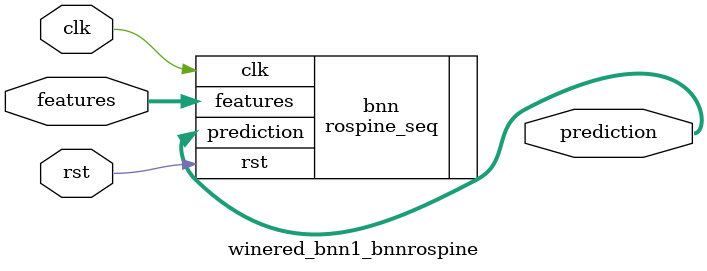
<source format=v>













module winered_bnn1_bnnrospine #(

parameter FEAT_CNT = 11,
parameter HIDDEN_CNT = 40,
parameter FEAT_BITS = 4,
parameter CLASS_CNT = 6,
parameter TEST_CNT = 1000


  ) (
  input clk,
  input rst,
  input [FEAT_CNT*FEAT_BITS-1:0] features,
  output [$clog2(CLASS_CNT)-1:0] prediction
  );

  localparam Weights0 = 440'b11101100111111100100101100110010011011110110111111101101011011000101100010011000011100010100101010010000111110001110100110011010100011010100001101110011000000011110001100111000111000000010110101110111101111111000101110110001010110011111100000101010011100101001111011101110111001010100110111000110111111000101110111100001000000011011111010111001101100001010010111011100011001101010110110010000011110100000101000110010000011100000000110011000 ;
  localparam Weights1 = 240'b101011110101010111101111010101000101111001101110110011111110010011110100100011101000101011111101111001010101001011000101101011100011011000100010000100100000001111000110100000011011100000011101001111010010001011110000001101110000010000111001 ;

  rospine_seq #(.FEAT_CNT(FEAT_CNT),.FEAT_BITS(FEAT_BITS),.HIDDEN_CNT(HIDDEN_CNT),.CLASS_CNT(CLASS_CNT),.Weights0(Weights0),.Weights1(Weights1)) bnn (
    .clk(clk),
    .rst(rst),
    .features(features),
    .prediction(prediction)
  );

endmodule

</source>
